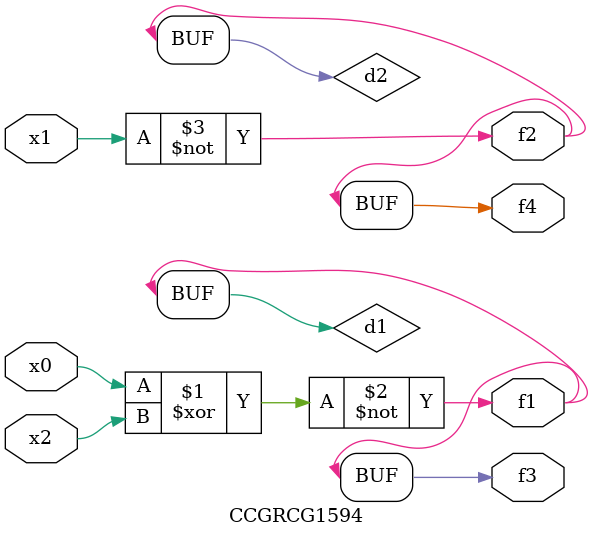
<source format=v>
module CCGRCG1594(
	input x0, x1, x2,
	output f1, f2, f3, f4
);

	wire d1, d2, d3;

	xnor (d1, x0, x2);
	nand (d2, x1);
	nor (d3, x1, x2);
	assign f1 = d1;
	assign f2 = d2;
	assign f3 = d1;
	assign f4 = d2;
endmodule

</source>
